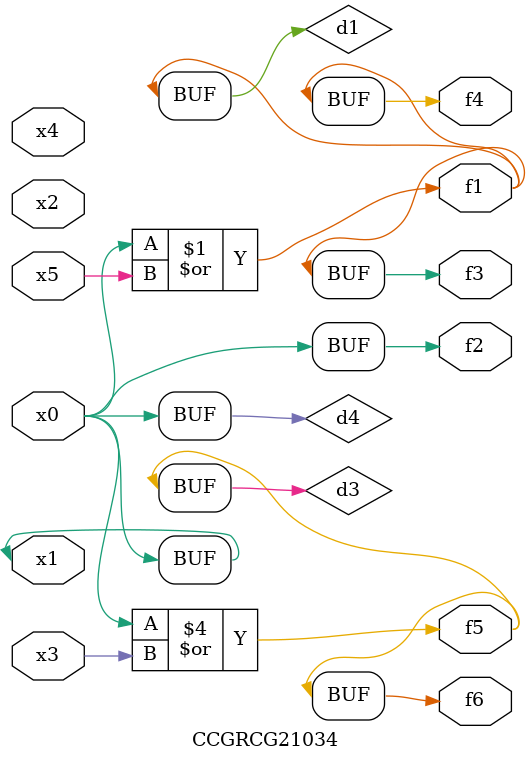
<source format=v>
module CCGRCG21034(
	input x0, x1, x2, x3, x4, x5,
	output f1, f2, f3, f4, f5, f6
);

	wire d1, d2, d3, d4;

	or (d1, x0, x5);
	xnor (d2, x1, x4);
	or (d3, x0, x3);
	buf (d4, x0, x1);
	assign f1 = d1;
	assign f2 = d4;
	assign f3 = d1;
	assign f4 = d1;
	assign f5 = d3;
	assign f6 = d3;
endmodule

</source>
